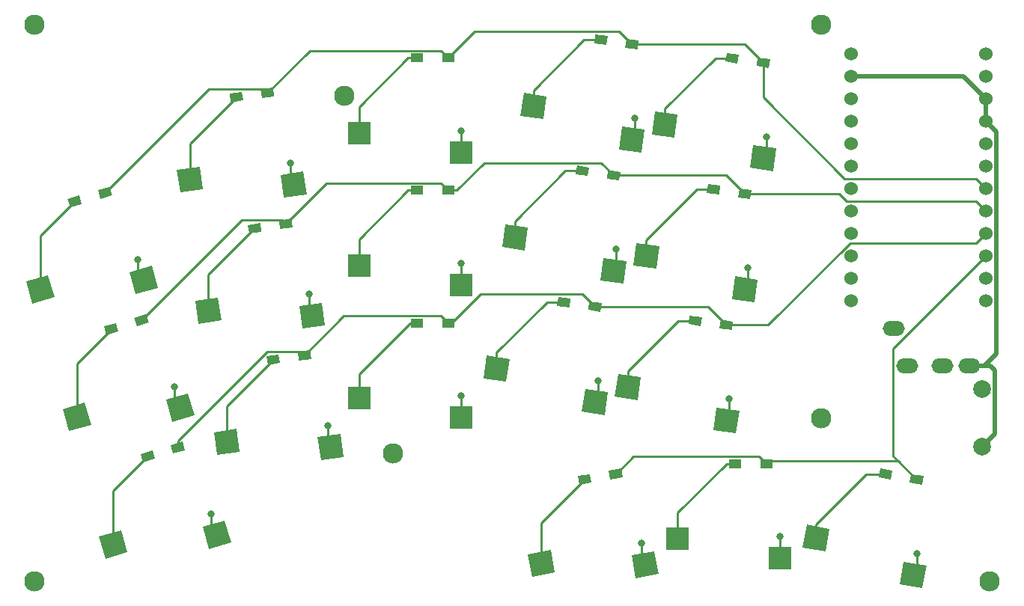
<source format=gbr>
G04 #@! TF.GenerationSoftware,KiCad,Pcbnew,(5.1.9)-1*
G04 #@! TF.CreationDate,2021-03-07T06:52:16-05:00*
G04 #@! TF.ProjectId,ya36,79613336-2e6b-4696-9361-645f70636258,rev?*
G04 #@! TF.SameCoordinates,Original*
G04 #@! TF.FileFunction,Copper,L2,Bot*
G04 #@! TF.FilePolarity,Positive*
%FSLAX46Y46*%
G04 Gerber Fmt 4.6, Leading zero omitted, Abs format (unit mm)*
G04 Created by KiCad (PCBNEW (5.1.9)-1) date 2021-03-07 06:52:16*
%MOMM*%
%LPD*%
G01*
G04 APERTURE LIST*
G04 #@! TA.AperFunction,SMDPad,CuDef*
%ADD10C,0.100000*%
G04 #@! TD*
G04 #@! TA.AperFunction,ComponentPad*
%ADD11C,2.300000*%
G04 #@! TD*
G04 #@! TA.AperFunction,ComponentPad*
%ADD12C,0.800000*%
G04 #@! TD*
G04 #@! TA.AperFunction,SMDPad,CuDef*
%ADD13R,1.400000X1.000000*%
G04 #@! TD*
G04 #@! TA.AperFunction,SMDPad,CuDef*
%ADD14R,2.600000X2.600000*%
G04 #@! TD*
G04 #@! TA.AperFunction,ComponentPad*
%ADD15C,2.000000*%
G04 #@! TD*
G04 #@! TA.AperFunction,ComponentPad*
%ADD16C,1.524000*%
G04 #@! TD*
G04 #@! TA.AperFunction,ComponentPad*
%ADD17O,2.500000X1.700000*%
G04 #@! TD*
G04 #@! TA.AperFunction,Conductor*
%ADD18C,0.250000*%
G04 #@! TD*
G04 #@! TA.AperFunction,Conductor*
%ADD19C,0.500000*%
G04 #@! TD*
G04 APERTURE END LIST*
G04 #@! TA.AperFunction,SMDPad,CuDef*
D10*
G36*
X104841259Y-102845160D02*
G01*
X105014908Y-103829968D01*
X103636177Y-104073076D01*
X103462528Y-103088268D01*
X104841259Y-102845160D01*
G37*
G04 #@! TD.AperFunction*
G04 #@! TA.AperFunction,SMDPad,CuDef*
G36*
X108337327Y-102228708D02*
G01*
X108510976Y-103213516D01*
X107132245Y-103456624D01*
X106958596Y-102471816D01*
X108337327Y-102228708D01*
G37*
G04 #@! TD.AperFunction*
G04 #@! TA.AperFunction,SMDPad,CuDef*
G36*
X121666143Y-55385057D02*
G01*
X121526970Y-56375325D01*
X120140595Y-56180483D01*
X120279768Y-55190215D01*
X121666143Y-55385057D01*
G37*
G04 #@! TD.AperFunction*
G04 #@! TA.AperFunction,SMDPad,CuDef*
G36*
X125181595Y-55879121D02*
G01*
X125042422Y-56869389D01*
X123656047Y-56674547D01*
X123795220Y-55684279D01*
X125181595Y-55879121D01*
G37*
G04 #@! TD.AperFunction*
D11*
X131000000Y-96500000D03*
G04 #@! TA.AperFunction,SMDPad,CuDef*
D10*
G36*
X47079325Y-71330759D02*
G01*
X47354962Y-72292021D01*
X46009195Y-72677913D01*
X45733558Y-71716651D01*
X47079325Y-71330759D01*
G37*
G04 #@! TD.AperFunction*
G04 #@! TA.AperFunction,SMDPad,CuDef*
G36*
X50491805Y-70352247D02*
G01*
X50767442Y-71313509D01*
X49421675Y-71699401D01*
X49146038Y-70738139D01*
X50491805Y-70352247D01*
G37*
G04 #@! TD.AperFunction*
D11*
X42000000Y-52000000D03*
G04 #@! TA.AperFunction,SMDPad,CuDef*
D10*
G36*
X51213886Y-85749684D02*
G01*
X51489523Y-86710946D01*
X50143756Y-87096838D01*
X49868119Y-86135576D01*
X51213886Y-85749684D01*
G37*
G04 #@! TD.AperFunction*
G04 #@! TA.AperFunction,SMDPad,CuDef*
G36*
X54626366Y-84771172D02*
G01*
X54902003Y-85732434D01*
X53556236Y-86118326D01*
X53280599Y-85157064D01*
X54626366Y-84771172D01*
G37*
G04 #@! TD.AperFunction*
G04 #@! TA.AperFunction,SMDPad,CuDef*
G36*
X92786168Y-92022292D02*
G01*
X93148019Y-89447595D01*
X95722716Y-89809446D01*
X95360865Y-92384143D01*
X92786168Y-92022292D01*
G37*
G04 #@! TD.AperFunction*
G04 #@! TA.AperFunction,SMDPad,CuDef*
G36*
X103917583Y-95808331D02*
G01*
X104279434Y-93233634D01*
X106854131Y-93595485D01*
X106492280Y-96170182D01*
X103917583Y-95808331D01*
G37*
G04 #@! TD.AperFunction*
D12*
X105726831Y-92275751D03*
D11*
X150000000Y-115000000D03*
G04 #@! TA.AperFunction,SMDPad,CuDef*
D10*
G36*
X69618687Y-89304724D02*
G01*
X69757860Y-90294992D01*
X68371485Y-90489834D01*
X68232312Y-89499566D01*
X69618687Y-89304724D01*
G37*
G04 #@! TD.AperFunction*
G04 #@! TA.AperFunction,SMDPad,CuDef*
G36*
X73134139Y-88810660D02*
G01*
X73273312Y-89800928D01*
X71886937Y-89995770D01*
X71747764Y-89005502D01*
X73134139Y-88810660D01*
G37*
G04 #@! TD.AperFunction*
G04 #@! TA.AperFunction,SMDPad,CuDef*
G36*
X65443494Y-59596682D02*
G01*
X65582667Y-60586950D01*
X64196292Y-60781792D01*
X64057119Y-59791524D01*
X65443494Y-59596682D01*
G37*
G04 #@! TD.AperFunction*
G04 #@! TA.AperFunction,SMDPad,CuDef*
G36*
X68958946Y-59102618D02*
G01*
X69098119Y-60092886D01*
X67711744Y-60287728D01*
X67572571Y-59297460D01*
X68958946Y-59102618D01*
G37*
G04 #@! TD.AperFunction*
G04 #@! TA.AperFunction,SMDPad,CuDef*
G36*
X117490950Y-85093098D02*
G01*
X117351777Y-86083366D01*
X115965402Y-85888524D01*
X116104575Y-84898256D01*
X117490950Y-85093098D01*
G37*
G04 #@! TD.AperFunction*
G04 #@! TA.AperFunction,SMDPad,CuDef*
G36*
X121006402Y-85587162D02*
G01*
X120867229Y-86577430D01*
X119480854Y-86382588D01*
X119620027Y-85392320D01*
X121006402Y-85587162D01*
G37*
G04 #@! TD.AperFunction*
D11*
X82500000Y-100500000D03*
G04 #@! TA.AperFunction,SMDPad,CuDef*
D10*
G36*
X45882227Y-97993598D02*
G01*
X45165570Y-95494317D01*
X47664851Y-94777660D01*
X48381508Y-97276941D01*
X45882227Y-97993598D01*
G37*
G04 #@! TD.AperFunction*
G04 #@! TA.AperFunction,SMDPad,CuDef*
G36*
X57591201Y-96924763D02*
G01*
X56874544Y-94425482D01*
X59373825Y-93708825D01*
X60090482Y-96208106D01*
X57591201Y-96924763D01*
G37*
G04 #@! TD.AperFunction*
D12*
X57807202Y-92961703D03*
D13*
X121225000Y-101662426D03*
X124775000Y-101662426D03*
X85225000Y-85750000D03*
X88775000Y-85750000D03*
G04 #@! TA.AperFunction,SMDPad,CuDef*
D10*
G36*
X119578547Y-70239077D02*
G01*
X119439374Y-71229345D01*
X118052999Y-71034503D01*
X118192172Y-70044235D01*
X119578547Y-70239077D01*
G37*
G04 #@! TD.AperFunction*
G04 #@! TA.AperFunction,SMDPad,CuDef*
G36*
X123093999Y-70733141D02*
G01*
X122954826Y-71723409D01*
X121568451Y-71528567D01*
X121707624Y-70538299D01*
X123093999Y-70733141D01*
G37*
G04 #@! TD.AperFunction*
D12*
X75144119Y-97364167D03*
G04 #@! TA.AperFunction,SMDPad,CuDef*
D10*
G36*
X74378670Y-101258598D02*
G01*
X74016819Y-98683901D01*
X76591516Y-98322050D01*
X76953367Y-100896747D01*
X74378670Y-101258598D01*
G37*
G04 #@! TD.AperFunction*
G04 #@! TA.AperFunction,SMDPad,CuDef*
G36*
X62634893Y-100687458D02*
G01*
X62273042Y-98112761D01*
X64847739Y-97750910D01*
X65209590Y-100325607D01*
X62634893Y-100687458D01*
G37*
G04 #@! TD.AperFunction*
G04 #@! TA.AperFunction,SMDPad,CuDef*
G36*
X55348446Y-100168610D02*
G01*
X55624083Y-101129872D01*
X54278316Y-101515764D01*
X54002679Y-100554502D01*
X55348446Y-100168610D01*
G37*
G04 #@! TD.AperFunction*
G04 #@! TA.AperFunction,SMDPad,CuDef*
G36*
X58760926Y-99190098D02*
G01*
X59036563Y-100151360D01*
X57690796Y-100537252D01*
X57415159Y-99575990D01*
X58760926Y-99190098D01*
G37*
G04 #@! TD.AperFunction*
G04 #@! TA.AperFunction,SMDPad,CuDef*
G36*
X139041404Y-102471816D02*
G01*
X138867755Y-103456624D01*
X137489024Y-103213516D01*
X137662673Y-102228708D01*
X139041404Y-102471816D01*
G37*
G04 #@! TD.AperFunction*
G04 #@! TA.AperFunction,SMDPad,CuDef*
G36*
X142537472Y-103088268D02*
G01*
X142363823Y-104073076D01*
X140985092Y-103829968D01*
X141158741Y-102845160D01*
X142537472Y-103088268D01*
G37*
G04 #@! TD.AperFunction*
G04 #@! TA.AperFunction,SMDPad,CuDef*
G36*
X104724526Y-68151482D02*
G01*
X104585353Y-69141750D01*
X103198978Y-68946908D01*
X103338151Y-67956640D01*
X104724526Y-68151482D01*
G37*
G04 #@! TD.AperFunction*
G04 #@! TA.AperFunction,SMDPad,CuDef*
G36*
X108239978Y-68645546D02*
G01*
X108100805Y-69635814D01*
X106714430Y-69440972D01*
X106853603Y-68450704D01*
X108239978Y-68645546D01*
G37*
G04 #@! TD.AperFunction*
G04 #@! TA.AperFunction,SMDPad,CuDef*
G36*
X67531090Y-74450702D02*
G01*
X67670263Y-75440970D01*
X66283888Y-75635812D01*
X66144715Y-74645544D01*
X67531090Y-74450702D01*
G37*
G04 #@! TD.AperFunction*
G04 #@! TA.AperFunction,SMDPad,CuDef*
G36*
X71046542Y-73956638D02*
G01*
X71185715Y-74946906D01*
X69799340Y-75141748D01*
X69660167Y-74151480D01*
X71046542Y-73956638D01*
G37*
G04 #@! TD.AperFunction*
D13*
X85225000Y-70750000D03*
X88775000Y-70750000D03*
D11*
X131000000Y-52000000D03*
D13*
X85225000Y-55750000D03*
X88775000Y-55750000D03*
D14*
X78725000Y-94250000D03*
X90275000Y-96450000D03*
D12*
X90275000Y-94000000D03*
D11*
X42000000Y-115000000D03*
G04 #@! TA.AperFunction,SMDPad,CuDef*
D10*
G36*
X102636929Y-83005502D02*
G01*
X102497756Y-83995770D01*
X101111381Y-83800928D01*
X101250554Y-82810660D01*
X102636929Y-83005502D01*
G37*
G04 #@! TD.AperFunction*
G04 #@! TA.AperFunction,SMDPad,CuDef*
G36*
X106152381Y-83499566D02*
G01*
X106013208Y-84489834D01*
X104626833Y-84294992D01*
X104766006Y-83304724D01*
X106152381Y-83499566D01*
G37*
G04 #@! TD.AperFunction*
G04 #@! TA.AperFunction,SMDPad,CuDef*
G36*
X128881962Y-111139326D02*
G01*
X129333448Y-108578826D01*
X131893948Y-109030312D01*
X131442462Y-111590812D01*
X128881962Y-111139326D01*
G37*
G04 #@! TD.AperFunction*
G04 #@! TA.AperFunction,SMDPad,CuDef*
G36*
X139874466Y-115311540D02*
G01*
X140325952Y-112751040D01*
X142886452Y-113202526D01*
X142434966Y-115763026D01*
X139874466Y-115311540D01*
G37*
G04 #@! TD.AperFunction*
D12*
X141805897Y-111844254D03*
G04 #@! TA.AperFunction,SMDPad,CuDef*
D10*
G36*
X41747666Y-83574673D02*
G01*
X41031009Y-81075392D01*
X43530290Y-80358735D01*
X44246947Y-82858016D01*
X41747666Y-83574673D01*
G37*
G04 #@! TD.AperFunction*
G04 #@! TA.AperFunction,SMDPad,CuDef*
G36*
X53456640Y-82505838D02*
G01*
X52739983Y-80006557D01*
X55239264Y-79289900D01*
X55955921Y-81789181D01*
X53456640Y-82505838D01*
G37*
G04 #@! TD.AperFunction*
D12*
X53672641Y-78542778D03*
D11*
X77000000Y-60000000D03*
G04 #@! TA.AperFunction,SMDPad,CuDef*
D10*
G36*
X50016787Y-112412524D02*
G01*
X49300130Y-109913243D01*
X51799411Y-109196586D01*
X52516068Y-111695867D01*
X50016787Y-112412524D01*
G37*
G04 #@! TD.AperFunction*
G04 #@! TA.AperFunction,SMDPad,CuDef*
G36*
X61725761Y-111343689D02*
G01*
X61009104Y-108844408D01*
X63508385Y-108127751D01*
X64225042Y-110627032D01*
X61725761Y-111343689D01*
G37*
G04 #@! TD.AperFunction*
D12*
X61941762Y-107380629D03*
G04 #@! TA.AperFunction,SMDPad,CuDef*
D10*
G36*
X98258971Y-114464690D02*
G01*
X97807485Y-111904190D01*
X100367985Y-111452704D01*
X100819471Y-114013204D01*
X98258971Y-114464690D01*
G37*
G04 #@! TD.AperFunction*
G04 #@! TA.AperFunction,SMDPad,CuDef*
G36*
X110015526Y-114625630D02*
G01*
X109564040Y-112065130D01*
X112124540Y-111613644D01*
X112576026Y-114174144D01*
X110015526Y-114625630D01*
G37*
G04 #@! TD.AperFunction*
D12*
X110644595Y-110706858D03*
G04 #@! TA.AperFunction,SMDPad,CuDef*
D10*
G36*
X60547296Y-85833436D02*
G01*
X60185445Y-83258739D01*
X62760142Y-82896888D01*
X63121993Y-85471585D01*
X60547296Y-85833436D01*
G37*
G04 #@! TD.AperFunction*
G04 #@! TA.AperFunction,SMDPad,CuDef*
G36*
X72291073Y-86404576D02*
G01*
X71929222Y-83829879D01*
X74503919Y-83468028D01*
X74865770Y-86042725D01*
X72291073Y-86404576D01*
G37*
G04 #@! TD.AperFunction*
D12*
X73056522Y-82510145D03*
G04 #@! TA.AperFunction,SMDPad,CuDef*
D10*
G36*
X96961361Y-62314250D02*
G01*
X97323212Y-59739553D01*
X99897909Y-60101404D01*
X99536058Y-62676101D01*
X96961361Y-62314250D01*
G37*
G04 #@! TD.AperFunction*
G04 #@! TA.AperFunction,SMDPad,CuDef*
G36*
X108092776Y-66100289D02*
G01*
X108454627Y-63525592D01*
X111029324Y-63887443D01*
X110667473Y-66462140D01*
X108092776Y-66100289D01*
G37*
G04 #@! TD.AperFunction*
D12*
X109902024Y-62567709D03*
G04 #@! TA.AperFunction,SMDPad,CuDef*
D10*
G36*
X58459700Y-70979416D02*
G01*
X58097849Y-68404719D01*
X60672546Y-68042868D01*
X61034397Y-70617565D01*
X58459700Y-70979416D01*
G37*
G04 #@! TD.AperFunction*
G04 #@! TA.AperFunction,SMDPad,CuDef*
G36*
X70203477Y-71550556D02*
G01*
X69841626Y-68975859D01*
X72416323Y-68614008D01*
X72778174Y-71188705D01*
X70203477Y-71550556D01*
G37*
G04 #@! TD.AperFunction*
D12*
X70968926Y-67656125D03*
D15*
X149150000Y-93250000D03*
X149150000Y-99750000D03*
D16*
X134391400Y-55272000D03*
X134391400Y-57812000D03*
X134391400Y-60352000D03*
X134391400Y-62892000D03*
X134391400Y-65432000D03*
X134391400Y-67972000D03*
X134391400Y-70512000D03*
X134391400Y-73052000D03*
X134391400Y-75592000D03*
X134391400Y-78132000D03*
X134391400Y-80672000D03*
X134391400Y-83212000D03*
X149611400Y-83212000D03*
X149611400Y-80672000D03*
X149611400Y-78132000D03*
X149611400Y-75592000D03*
X149611400Y-73052000D03*
X149611400Y-70512000D03*
X149611400Y-67972000D03*
X149611400Y-65432000D03*
X149611400Y-62892000D03*
X149611400Y-60352000D03*
X149611400Y-57812000D03*
X149611400Y-55272000D03*
G04 #@! TA.AperFunction,SMDPad,CuDef*
D10*
G36*
X94873765Y-77168272D02*
G01*
X95235616Y-74593575D01*
X97810313Y-74955426D01*
X97448462Y-77530123D01*
X94873765Y-77168272D01*
G37*
G04 #@! TD.AperFunction*
G04 #@! TA.AperFunction,SMDPad,CuDef*
G36*
X106005180Y-80954311D02*
G01*
X106367031Y-78379614D01*
X108941728Y-78741465D01*
X108579877Y-81316162D01*
X106005180Y-80954311D01*
G37*
G04 #@! TD.AperFunction*
D12*
X107814428Y-77421731D03*
G04 #@! TA.AperFunction,SMDPad,CuDef*
D10*
G36*
X111815382Y-64401847D02*
G01*
X112177233Y-61827150D01*
X114751930Y-62189001D01*
X114390079Y-64763698D01*
X111815382Y-64401847D01*
G37*
G04 #@! TD.AperFunction*
G04 #@! TA.AperFunction,SMDPad,CuDef*
G36*
X122946797Y-68187886D02*
G01*
X123308648Y-65613189D01*
X125883345Y-65975040D01*
X125521494Y-68549737D01*
X122946797Y-68187886D01*
G37*
G04 #@! TD.AperFunction*
D12*
X124756045Y-64655306D03*
D17*
X139200000Y-86400000D03*
X140700000Y-90600000D03*
X144700000Y-90600000D03*
X147700000Y-90600000D03*
G04 #@! TA.AperFunction,SMDPad,CuDef*
D10*
G36*
X107640189Y-94109888D02*
G01*
X108002040Y-91535191D01*
X110576737Y-91897042D01*
X110214886Y-94471739D01*
X107640189Y-94109888D01*
G37*
G04 #@! TD.AperFunction*
G04 #@! TA.AperFunction,SMDPad,CuDef*
G36*
X118771604Y-97895927D02*
G01*
X119133455Y-95321230D01*
X121708152Y-95683081D01*
X121346301Y-98257778D01*
X118771604Y-97895927D01*
G37*
G04 #@! TD.AperFunction*
D12*
X120580852Y-94363347D03*
D14*
X114725000Y-110162426D03*
X126275000Y-112362426D03*
D12*
X126275000Y-109912426D03*
G04 #@! TA.AperFunction,SMDPad,CuDef*
D10*
G36*
X106812122Y-53297460D02*
G01*
X106672949Y-54287728D01*
X105286574Y-54092886D01*
X105425747Y-53102618D01*
X106812122Y-53297460D01*
G37*
G04 #@! TD.AperFunction*
G04 #@! TA.AperFunction,SMDPad,CuDef*
G36*
X110327574Y-53791524D02*
G01*
X110188401Y-54781792D01*
X108802026Y-54586950D01*
X108941199Y-53596682D01*
X110327574Y-53791524D01*
G37*
G04 #@! TD.AperFunction*
G04 #@! TA.AperFunction,SMDPad,CuDef*
G36*
X109727786Y-79255867D02*
G01*
X110089637Y-76681170D01*
X112664334Y-77043021D01*
X112302483Y-79617718D01*
X109727786Y-79255867D01*
G37*
G04 #@! TD.AperFunction*
G04 #@! TA.AperFunction,SMDPad,CuDef*
G36*
X120859201Y-83041906D02*
G01*
X121221052Y-80467209D01*
X123795749Y-80829060D01*
X123433898Y-83403757D01*
X120859201Y-83041906D01*
G37*
G04 #@! TD.AperFunction*
D12*
X122668449Y-79509326D03*
D14*
X78725000Y-64250000D03*
X90275000Y-66450000D03*
D12*
X90275000Y-64000000D03*
D14*
X78725000Y-79250000D03*
X90275000Y-81450000D03*
D12*
X90275000Y-79000000D03*
D18*
X133632134Y-69424999D02*
X148524399Y-69424999D01*
X61710892Y-59271672D02*
X67911844Y-59271672D01*
X88775000Y-55750000D02*
X91747392Y-52777608D01*
X73105519Y-54924999D02*
X87949999Y-54924999D01*
X109564800Y-54189237D02*
X122331224Y-54189237D01*
X124418821Y-56276834D02*
X124418821Y-60211686D01*
X122331224Y-54189237D02*
X124418821Y-56276834D01*
X108153171Y-52777608D02*
X109564800Y-54189237D01*
X124418821Y-60211686D02*
X133632134Y-69424999D01*
X148524399Y-69424999D02*
X149611400Y-70512000D01*
X68335345Y-59695173D02*
X73105519Y-54924999D01*
X49956740Y-71025824D02*
X61710892Y-59271672D01*
X87949999Y-54924999D02*
X88775000Y-55750000D01*
X91747392Y-52777608D02*
X108153171Y-52777608D01*
X67911844Y-59271672D02*
X68335345Y-59695173D01*
X42638978Y-75909618D02*
X42638978Y-81966704D01*
X46544260Y-72004336D02*
X42638978Y-75909618D01*
X59566123Y-69511142D02*
X59566123Y-65443007D01*
X59566123Y-65443007D02*
X64819893Y-60189237D01*
X78725000Y-64250000D02*
X78725000Y-61300000D01*
X84275000Y-55750000D02*
X85225000Y-55750000D01*
X78725000Y-61300000D02*
X84275000Y-55750000D01*
X104144548Y-53695173D02*
X106049348Y-53695173D01*
X98429635Y-59410086D02*
X104144548Y-53695173D01*
X98429635Y-61207827D02*
X98429635Y-59410086D01*
X113283656Y-63295424D02*
X113283656Y-61497683D01*
X113283656Y-61497683D02*
X118998569Y-55782770D01*
X118998569Y-55782770D02*
X120903369Y-55782770D01*
X50678821Y-86423261D02*
X46773539Y-90328543D01*
X46773539Y-90328543D02*
X46773539Y-96385629D01*
X133035494Y-71130854D02*
X133869639Y-71964999D01*
X70422941Y-74549193D02*
X75047135Y-69924999D01*
X122331225Y-71130854D02*
X133035494Y-71130854D01*
X75047135Y-69924999D02*
X87949999Y-69924999D01*
X87949999Y-69924999D02*
X88775000Y-70750000D01*
X88775000Y-70750000D02*
X89725000Y-70750000D01*
X133869639Y-71964999D02*
X148524399Y-71964999D01*
X89725000Y-70750000D02*
X92843370Y-67631630D01*
X69999440Y-74125692D02*
X70422941Y-74549193D01*
X148524399Y-71964999D02*
X149611400Y-73052000D01*
X92843370Y-67631630D02*
X106065575Y-67631630D01*
X65410358Y-74125692D02*
X69999440Y-74125692D01*
X106065575Y-67631630D02*
X107477204Y-69043259D01*
X54091301Y-85444749D02*
X65410358Y-74125692D01*
X120243630Y-69043259D02*
X122331225Y-71130854D01*
X107477204Y-69043259D02*
X120243630Y-69043259D01*
X61653719Y-84365162D02*
X61653719Y-80297027D01*
X61653719Y-80297027D02*
X66907489Y-75043257D01*
X78725000Y-79250000D02*
X78725000Y-76300000D01*
X78725000Y-76300000D02*
X84275000Y-70750000D01*
X84275000Y-70750000D02*
X85225000Y-70750000D01*
X96342039Y-76061849D02*
X96342039Y-74264108D01*
X102056952Y-68549195D02*
X103961752Y-68549195D01*
X96342039Y-74264108D02*
X102056952Y-68549195D01*
X111196060Y-76351703D02*
X116910973Y-70636790D01*
X111196060Y-78149444D02*
X111196060Y-76351703D01*
X116910973Y-70636790D02*
X118815773Y-70636790D01*
X50908099Y-104747469D02*
X50908099Y-110804555D01*
X54813381Y-100842187D02*
X50908099Y-104747469D01*
X148524399Y-76679001D02*
X149611400Y-75592000D01*
X118156032Y-83897279D02*
X120243628Y-85984875D01*
X134235637Y-76679001D02*
X148524399Y-76679001D01*
X87949999Y-84924999D02*
X88775000Y-85750000D01*
X58225861Y-99863675D02*
X58225861Y-99046381D01*
X92424352Y-82485650D02*
X89160002Y-85750000D01*
X105389607Y-83897279D02*
X118156032Y-83897279D01*
X72510538Y-89403215D02*
X76988754Y-84924999D01*
X103977978Y-82485650D02*
X92424352Y-82485650D01*
X120243628Y-85984875D02*
X124929763Y-85984875D01*
X72067842Y-88960519D02*
X72510538Y-89403215D01*
X58225861Y-99046381D02*
X68311723Y-88960519D01*
X105389607Y-83897279D02*
X103977978Y-82485650D01*
X124929763Y-85984875D02*
X134235637Y-76679001D01*
X68311723Y-88960519D02*
X72067842Y-88960519D01*
X89160002Y-85750000D02*
X88775000Y-85750000D01*
X76988754Y-84924999D02*
X87949999Y-84924999D01*
X63741316Y-99219184D02*
X63741316Y-95151049D01*
X63741316Y-95151049D02*
X68995086Y-89897279D01*
X78725000Y-94250000D02*
X78725000Y-91534666D01*
X84509666Y-85750000D02*
X85225000Y-85750000D01*
X78725000Y-91534666D02*
X84509666Y-85750000D01*
X99969355Y-83403215D02*
X101874155Y-83403215D01*
X94254442Y-89118128D02*
X99969355Y-83403215D01*
X94254442Y-90915869D02*
X94254442Y-89118128D01*
X114823376Y-85490811D02*
X116728176Y-85490811D01*
X109108463Y-93003465D02*
X109108463Y-91205724D01*
X109108463Y-91205724D02*
X114823376Y-85490811D01*
X109740027Y-100837425D02*
X123949999Y-100837425D01*
X124775000Y-101662426D02*
X125045301Y-101392125D01*
X139694289Y-101392125D02*
X141761282Y-103459118D01*
X107734786Y-102842666D02*
X109740027Y-100837425D01*
X123949999Y-100837425D02*
X124775000Y-101662426D01*
X125045301Y-101392125D02*
X139694289Y-101392125D01*
X139124990Y-88618410D02*
X149611400Y-78132000D01*
X139124990Y-100822826D02*
X139124990Y-88618410D01*
X139694289Y-101392125D02*
X139124990Y-100822826D01*
X99313478Y-112958697D02*
X99313478Y-108384358D01*
X99313478Y-108384358D02*
X104238718Y-103459118D01*
X114725000Y-110162426D02*
X114725000Y-107212426D01*
X120275000Y-101662426D02*
X121225000Y-101662426D01*
X114725000Y-107212426D02*
X120275000Y-101662426D01*
X130387955Y-108517352D02*
X136062641Y-102842666D01*
X136062641Y-102842666D02*
X138265214Y-102842666D01*
X130387955Y-110084819D02*
X130387955Y-108517352D01*
D19*
X149611400Y-62892000D02*
X150823401Y-64104001D01*
X150823401Y-64104001D02*
X150823401Y-89226599D01*
X150823401Y-89226599D02*
X149450000Y-90600000D01*
X149450000Y-90600000D02*
X150100000Y-90600000D01*
X147071400Y-57812000D02*
X149611400Y-60352000D01*
X149611400Y-60352000D02*
X149611400Y-62892000D01*
X150600001Y-91100001D02*
X150600001Y-98299999D01*
X149450000Y-90600000D02*
X147700000Y-90600000D01*
D18*
X148769002Y-90600000D02*
X147700000Y-90600000D01*
D19*
X150600001Y-98299999D02*
X149150000Y-99750000D01*
X134391400Y-57812000D02*
X147071400Y-57812000D01*
X150100000Y-90600000D02*
X150600001Y-91100001D01*
D18*
X53672641Y-80222558D02*
X54347952Y-80897869D01*
X57807202Y-94641483D02*
X58482513Y-95316794D01*
X61941762Y-109060409D02*
X62617073Y-109735720D01*
X53672641Y-78542778D02*
X53672641Y-80222558D01*
X61941762Y-107380629D02*
X61941762Y-109060409D01*
X57807202Y-92961703D02*
X57807202Y-94641483D01*
X75144119Y-97364167D02*
X75144119Y-99449350D01*
X70968926Y-67656125D02*
X70968926Y-69741308D01*
X75144119Y-99449350D02*
X75485093Y-99790324D01*
X70968926Y-69741308D02*
X71309900Y-70082282D01*
X73056522Y-84595328D02*
X73397496Y-84936302D01*
X73056522Y-82510145D02*
X73056522Y-84595328D01*
X90275000Y-79000000D02*
X90275000Y-81450000D01*
X90275000Y-64000000D02*
X90275000Y-66450000D01*
X110644595Y-112694199D02*
X111070033Y-113119637D01*
X90275000Y-94000000D02*
X90275000Y-96450000D01*
X110644595Y-110706858D02*
X110644595Y-112694199D01*
X105726831Y-94360934D02*
X105385857Y-94701908D01*
X107814428Y-79506914D02*
X107473454Y-79847888D01*
X105726831Y-92275751D02*
X105726831Y-94360934D01*
X109902024Y-62567709D02*
X109902024Y-64652892D01*
X109902024Y-64652892D02*
X109561050Y-64993866D01*
X107814428Y-77421731D02*
X107814428Y-79506914D01*
X126275000Y-109912426D02*
X126275000Y-112362426D01*
X120580852Y-94363347D02*
X120580852Y-96448530D01*
X122668449Y-79509326D02*
X122668449Y-81594509D01*
X120580852Y-96448530D02*
X120239878Y-96789504D01*
X141805897Y-113831595D02*
X141380459Y-114257033D01*
X141805897Y-111844254D02*
X141805897Y-113831595D01*
X124756045Y-66740489D02*
X124415071Y-67081463D01*
X122668449Y-81594509D02*
X122327475Y-81935483D01*
X124756045Y-64655306D02*
X124756045Y-66740489D01*
M02*

</source>
